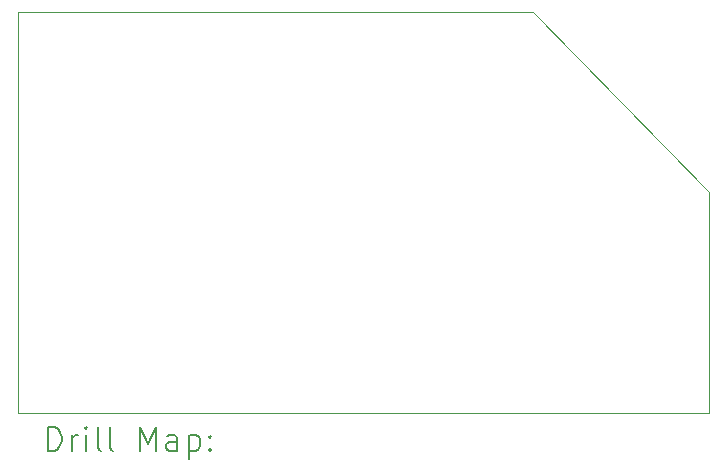
<source format=gbr>
%TF.GenerationSoftware,KiCad,Pcbnew,7.0.8-7.0.8~ubuntu22.04.1*%
%TF.CreationDate,2024-01-26T15:51:14+01:00*%
%TF.ProjectId,rail,7261696c-2e6b-4696-9361-645f70636258,rev?*%
%TF.SameCoordinates,Original*%
%TF.FileFunction,Drillmap*%
%TF.FilePolarity,Positive*%
%FSLAX45Y45*%
G04 Gerber Fmt 4.5, Leading zero omitted, Abs format (unit mm)*
G04 Created by KiCad (PCBNEW 7.0.8-7.0.8~ubuntu22.04.1) date 2024-01-26 15:51:14*
%MOMM*%
%LPD*%
G01*
G04 APERTURE LIST*
%ADD10C,0.100000*%
%ADD11C,0.200000*%
G04 APERTURE END LIST*
D10*
X7785000Y-8120000D02*
X7785000Y-4720000D01*
X13635000Y-6245000D02*
X13635000Y-8120000D01*
X13635000Y-8120000D02*
X7785000Y-8120000D01*
X12150000Y-4720000D02*
X13635000Y-6245000D01*
X7785000Y-4720000D02*
X12150000Y-4720000D01*
D11*
X8040777Y-8436484D02*
X8040777Y-8236484D01*
X8040777Y-8236484D02*
X8088396Y-8236484D01*
X8088396Y-8236484D02*
X8116967Y-8246008D01*
X8116967Y-8246008D02*
X8136015Y-8265055D01*
X8136015Y-8265055D02*
X8145539Y-8284103D01*
X8145539Y-8284103D02*
X8155062Y-8322198D01*
X8155062Y-8322198D02*
X8155062Y-8350769D01*
X8155062Y-8350769D02*
X8145539Y-8388865D01*
X8145539Y-8388865D02*
X8136015Y-8407912D01*
X8136015Y-8407912D02*
X8116967Y-8426960D01*
X8116967Y-8426960D02*
X8088396Y-8436484D01*
X8088396Y-8436484D02*
X8040777Y-8436484D01*
X8240777Y-8436484D02*
X8240777Y-8303150D01*
X8240777Y-8341246D02*
X8250301Y-8322198D01*
X8250301Y-8322198D02*
X8259824Y-8312674D01*
X8259824Y-8312674D02*
X8278872Y-8303150D01*
X8278872Y-8303150D02*
X8297920Y-8303150D01*
X8364586Y-8436484D02*
X8364586Y-8303150D01*
X8364586Y-8236484D02*
X8355062Y-8246008D01*
X8355062Y-8246008D02*
X8364586Y-8255531D01*
X8364586Y-8255531D02*
X8374110Y-8246008D01*
X8374110Y-8246008D02*
X8364586Y-8236484D01*
X8364586Y-8236484D02*
X8364586Y-8255531D01*
X8488396Y-8436484D02*
X8469348Y-8426960D01*
X8469348Y-8426960D02*
X8459824Y-8407912D01*
X8459824Y-8407912D02*
X8459824Y-8236484D01*
X8593158Y-8436484D02*
X8574110Y-8426960D01*
X8574110Y-8426960D02*
X8564586Y-8407912D01*
X8564586Y-8407912D02*
X8564586Y-8236484D01*
X8821729Y-8436484D02*
X8821729Y-8236484D01*
X8821729Y-8236484D02*
X8888396Y-8379341D01*
X8888396Y-8379341D02*
X8955063Y-8236484D01*
X8955063Y-8236484D02*
X8955063Y-8436484D01*
X9136015Y-8436484D02*
X9136015Y-8331722D01*
X9136015Y-8331722D02*
X9126491Y-8312674D01*
X9126491Y-8312674D02*
X9107444Y-8303150D01*
X9107444Y-8303150D02*
X9069348Y-8303150D01*
X9069348Y-8303150D02*
X9050301Y-8312674D01*
X9136015Y-8426960D02*
X9116967Y-8436484D01*
X9116967Y-8436484D02*
X9069348Y-8436484D01*
X9069348Y-8436484D02*
X9050301Y-8426960D01*
X9050301Y-8426960D02*
X9040777Y-8407912D01*
X9040777Y-8407912D02*
X9040777Y-8388865D01*
X9040777Y-8388865D02*
X9050301Y-8369817D01*
X9050301Y-8369817D02*
X9069348Y-8360293D01*
X9069348Y-8360293D02*
X9116967Y-8360293D01*
X9116967Y-8360293D02*
X9136015Y-8350769D01*
X9231253Y-8303150D02*
X9231253Y-8503150D01*
X9231253Y-8312674D02*
X9250301Y-8303150D01*
X9250301Y-8303150D02*
X9288396Y-8303150D01*
X9288396Y-8303150D02*
X9307444Y-8312674D01*
X9307444Y-8312674D02*
X9316967Y-8322198D01*
X9316967Y-8322198D02*
X9326491Y-8341246D01*
X9326491Y-8341246D02*
X9326491Y-8398389D01*
X9326491Y-8398389D02*
X9316967Y-8417436D01*
X9316967Y-8417436D02*
X9307444Y-8426960D01*
X9307444Y-8426960D02*
X9288396Y-8436484D01*
X9288396Y-8436484D02*
X9250301Y-8436484D01*
X9250301Y-8436484D02*
X9231253Y-8426960D01*
X9412205Y-8417436D02*
X9421729Y-8426960D01*
X9421729Y-8426960D02*
X9412205Y-8436484D01*
X9412205Y-8436484D02*
X9402682Y-8426960D01*
X9402682Y-8426960D02*
X9412205Y-8417436D01*
X9412205Y-8417436D02*
X9412205Y-8436484D01*
X9412205Y-8312674D02*
X9421729Y-8322198D01*
X9421729Y-8322198D02*
X9412205Y-8331722D01*
X9412205Y-8331722D02*
X9402682Y-8322198D01*
X9402682Y-8322198D02*
X9412205Y-8312674D01*
X9412205Y-8312674D02*
X9412205Y-8331722D01*
M02*

</source>
